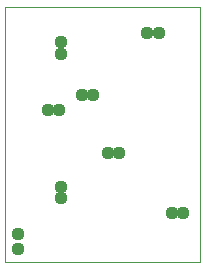
<source format=gbs>
G75*
%MOIN*%
%OFA0B0*%
%FSLAX24Y24*%
%IPPOS*%
%LPD*%
%AMOC8*
5,1,8,0,0,1.08239X$1,22.5*
%
%ADD10C,0.0000*%
%ADD11C,0.0437*%
D10*
X002267Y002517D02*
X002267Y011017D01*
X008767Y011017D01*
X008767Y002517D01*
X002267Y002517D01*
D11*
X002704Y002954D03*
X002704Y003454D03*
X004142Y004642D03*
X004142Y005017D03*
X005704Y006142D03*
X006079Y006142D03*
X005204Y008079D03*
X004829Y008079D03*
X004079Y007579D03*
X003704Y007579D03*
X004142Y009454D03*
X004142Y009829D03*
X007017Y010142D03*
X007392Y010142D03*
X007829Y004142D03*
X008204Y004142D03*
M02*

</source>
